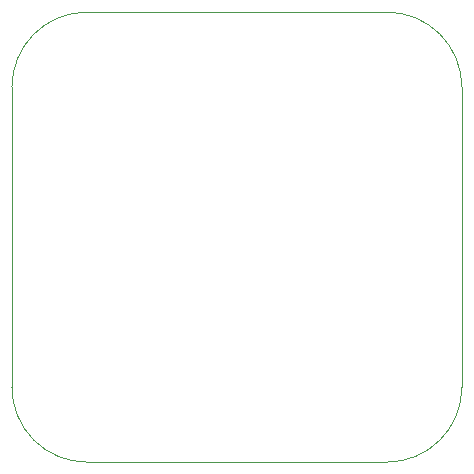
<source format=gbr>
%TF.GenerationSoftware,KiCad,Pcbnew,7.0.7*%
%TF.CreationDate,2023-10-31T17:39:05-05:00*%
%TF.ProjectId,Laser_Diode_Breakout,4c617365-725f-4446-996f-64655f427265,rev?*%
%TF.SameCoordinates,Original*%
%TF.FileFunction,Profile,NP*%
%FSLAX46Y46*%
G04 Gerber Fmt 4.6, Leading zero omitted, Abs format (unit mm)*
G04 Created by KiCad (PCBNEW 7.0.7) date 2023-10-31 17:39:05*
%MOMM*%
%LPD*%
G01*
G04 APERTURE LIST*
%TA.AperFunction,Profile*%
%ADD10C,0.100000*%
%TD*%
G04 APERTURE END LIST*
D10*
X47904724Y-47519276D02*
G75*
G03*
X54254724Y-53869276I6349976J-24D01*
G01*
X86004724Y-22119276D02*
X86004724Y-47519276D01*
X54254724Y-15769276D02*
X79654724Y-15769276D01*
X79654724Y-53869284D02*
G75*
G03*
X86004724Y-47519276I-4J6350004D01*
G01*
X54254724Y-15769284D02*
G75*
G03*
X47904724Y-22119276I-4J-6349996D01*
G01*
X79654724Y-53869276D02*
X54254724Y-53869276D01*
X86004724Y-22119276D02*
G75*
G03*
X79654724Y-15769276I-6350024J-24D01*
G01*
X47904724Y-47519276D02*
X47904724Y-22119276D01*
M02*

</source>
